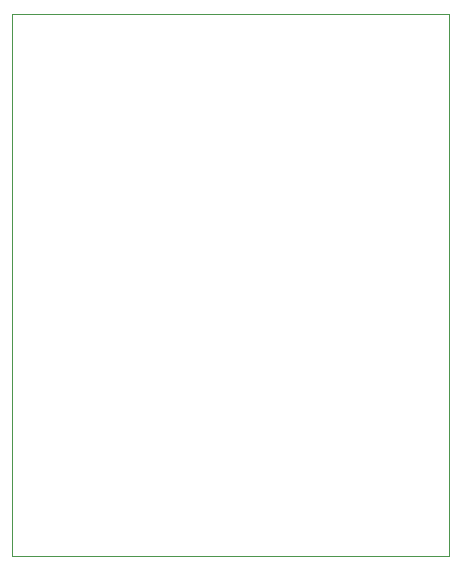
<source format=gbr>
%TF.GenerationSoftware,KiCad,Pcbnew,7.0.7*%
%TF.CreationDate,2023-11-29T00:44:13-05:00*%
%TF.ProjectId,GPS,4750532e-6b69-4636-9164-5f7063625858,rev?*%
%TF.SameCoordinates,Original*%
%TF.FileFunction,Profile,NP*%
%FSLAX46Y46*%
G04 Gerber Fmt 4.6, Leading zero omitted, Abs format (unit mm)*
G04 Created by KiCad (PCBNEW 7.0.7) date 2023-11-29 00:44:13*
%MOMM*%
%LPD*%
G01*
G04 APERTURE LIST*
%TA.AperFunction,Profile*%
%ADD10C,0.100000*%
%TD*%
G04 APERTURE END LIST*
D10*
X125500000Y-51500000D02*
X162500000Y-51500000D01*
X162500000Y-97400000D01*
X125500000Y-97400000D01*
X125500000Y-51500000D01*
M02*

</source>
